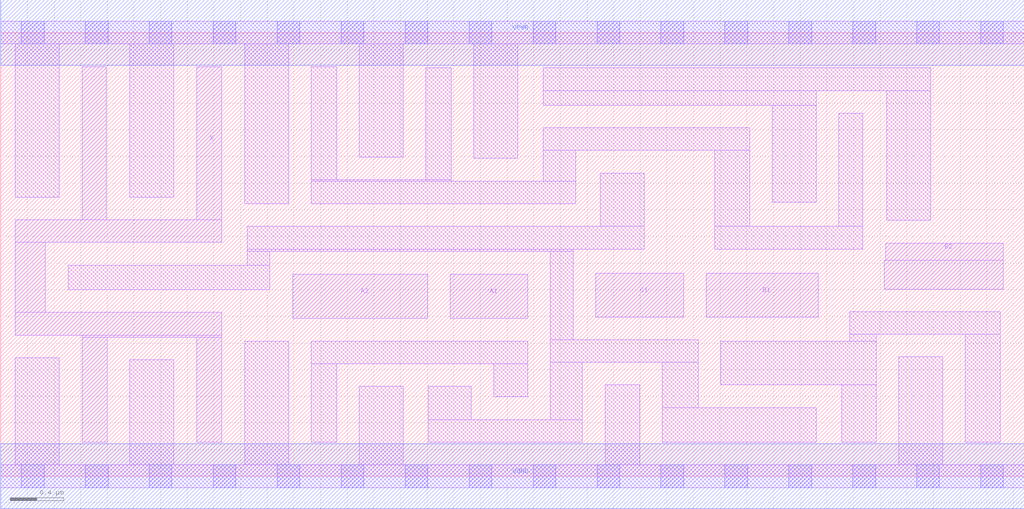
<source format=lef>
# Copyright 2020 The SkyWater PDK Authors
#
# Licensed under the Apache License, Version 2.0 (the "License");
# you may not use this file except in compliance with the License.
# You may obtain a copy of the License at
#
#     https://www.apache.org/licenses/LICENSE-2.0
#
# Unless required by applicable law or agreed to in writing, software
# distributed under the License is distributed on an "AS IS" BASIS,
# WITHOUT WARRANTIES OR CONDITIONS OF ANY KIND, either express or implied.
# See the License for the specific language governing permissions and
# limitations under the License.
#
# SPDX-License-Identifier: Apache-2.0

VERSION 5.7 ;
  NAMESCASESENSITIVE ON ;
  NOWIREEXTENSIONATPIN ON ;
  DIVIDERCHAR "/" ;
  BUSBITCHARS "[]" ;
UNITS
  DATABASE MICRONS 200 ;
END UNITS
MACRO sky130_fd_sc_lp__a221o_4
  CLASS CORE ;
  SOURCE USER ;
  FOREIGN sky130_fd_sc_lp__a221o_4 ;
  ORIGIN  0.000000  0.000000 ;
  SIZE  7.680000 BY  3.330000 ;
  SYMMETRY X Y R90 ;
  SITE unit ;
  PIN A1
    ANTENNAGATEAREA  0.630000 ;
    DIRECTION INPUT ;
    USE SIGNAL ;
    PORT
      LAYER li1 ;
        RECT 3.375000 1.185000 3.955000 1.515000 ;
    END
  END A1
  PIN A2
    ANTENNAGATEAREA  0.630000 ;
    DIRECTION INPUT ;
    USE SIGNAL ;
    PORT
      LAYER li1 ;
        RECT 2.190000 1.185000 3.205000 1.515000 ;
    END
  END A2
  PIN B1
    ANTENNAGATEAREA  0.630000 ;
    DIRECTION INPUT ;
    USE SIGNAL ;
    PORT
      LAYER li1 ;
        RECT 5.295000 1.195000 6.135000 1.525000 ;
    END
  END B1
  PIN B2
    ANTENNAGATEAREA  0.630000 ;
    DIRECTION INPUT ;
    USE SIGNAL ;
    PORT
      LAYER li1 ;
        RECT 6.630000 1.405000 7.525000 1.620000 ;
        RECT 6.640000 1.620000 7.525000 1.750000 ;
    END
  END B2
  PIN C1
    ANTENNAGATEAREA  0.630000 ;
    DIRECTION INPUT ;
    USE SIGNAL ;
    PORT
      LAYER li1 ;
        RECT 4.465000 1.195000 5.125000 1.525000 ;
    END
  END C1
  PIN X
    ANTENNADIFFAREA  1.176000 ;
    DIRECTION OUTPUT ;
    USE SIGNAL ;
    PORT
      LAYER li1 ;
        RECT 0.110000 1.060000 1.660000 1.230000 ;
        RECT 0.110000 1.230000 0.335000 1.755000 ;
        RECT 0.110000 1.755000 1.660000 1.925000 ;
        RECT 0.610000 0.255000 0.800000 1.045000 ;
        RECT 0.610000 1.045000 1.660000 1.060000 ;
        RECT 0.610000 1.925000 0.790000 3.075000 ;
        RECT 1.470000 0.255000 1.660000 1.045000 ;
        RECT 1.470000 1.925000 1.660000 3.075000 ;
    END
  END X
  PIN VGND
    DIRECTION INOUT ;
    USE GROUND ;
    PORT
      LAYER met1 ;
        RECT 0.000000 -0.245000 7.680000 0.245000 ;
    END
  END VGND
  PIN VPWR
    DIRECTION INOUT ;
    USE POWER ;
    PORT
      LAYER met1 ;
        RECT 0.000000 3.085000 7.680000 3.575000 ;
    END
  END VPWR
  OBS
    LAYER li1 ;
      RECT 0.000000 -0.085000 7.680000 0.085000 ;
      RECT 0.000000  3.245000 7.680000 3.415000 ;
      RECT 0.110000  0.085000 0.440000 0.890000 ;
      RECT 0.110000  2.095000 0.440000 3.245000 ;
      RECT 0.505000  1.400000 2.020000 1.585000 ;
      RECT 0.970000  0.085000 1.300000 0.875000 ;
      RECT 0.970000  2.095000 1.300000 3.245000 ;
      RECT 1.830000  0.085000 2.160000 1.015000 ;
      RECT 1.830000  2.045000 2.160000 3.245000 ;
      RECT 1.850000  1.585000 2.020000 1.690000 ;
      RECT 1.850000  1.690000 4.295000 1.705000 ;
      RECT 1.850000  1.705000 4.830000 1.875000 ;
      RECT 2.330000  0.255000 2.520000 0.845000 ;
      RECT 2.330000  0.845000 3.955000 1.015000 ;
      RECT 2.330000  2.045000 4.315000 2.215000 ;
      RECT 2.330000  2.215000 3.380000 2.225000 ;
      RECT 2.330000  2.225000 2.520000 3.075000 ;
      RECT 2.690000  0.085000 3.020000 0.675000 ;
      RECT 2.690000  2.395000 3.020000 3.245000 ;
      RECT 3.190000  2.225000 3.380000 3.065000 ;
      RECT 3.210000  0.255000 4.365000 0.425000 ;
      RECT 3.210000  0.425000 3.530000 0.675000 ;
      RECT 3.550000  2.385000 3.880000 3.245000 ;
      RECT 3.700000  0.595000 3.955000 0.845000 ;
      RECT 4.070000  2.215000 4.315000 2.445000 ;
      RECT 4.070000  2.445000 5.620000 2.615000 ;
      RECT 4.070000  2.785000 6.120000 2.895000 ;
      RECT 4.070000  2.895000 6.980000 3.065000 ;
      RECT 4.125000  0.425000 4.365000 0.855000 ;
      RECT 4.125000  0.855000 5.235000 1.025000 ;
      RECT 4.125000  1.025000 4.295000 1.690000 ;
      RECT 4.500000  1.875000 4.830000 2.275000 ;
      RECT 4.535000  0.085000 4.795000 0.685000 ;
      RECT 4.965000  0.255000 6.120000 0.515000 ;
      RECT 4.965000  0.515000 5.235000 0.855000 ;
      RECT 5.360000  1.705000 6.470000 1.875000 ;
      RECT 5.360000  1.875000 5.620000 2.445000 ;
      RECT 5.405000  0.685000 6.570000 1.015000 ;
      RECT 5.790000  2.055000 6.120000 2.785000 ;
      RECT 6.290000  1.875000 6.470000 2.725000 ;
      RECT 6.310000  0.255000 6.570000 0.685000 ;
      RECT 6.370000  1.015000 6.570000 1.065000 ;
      RECT 6.370000  1.065000 7.500000 1.235000 ;
      RECT 6.650000  1.920000 6.980000 2.895000 ;
      RECT 6.740000  0.085000 7.070000 0.895000 ;
      RECT 7.240000  0.255000 7.500000 1.065000 ;
    LAYER mcon ;
      RECT 0.155000 -0.085000 0.325000 0.085000 ;
      RECT 0.155000  3.245000 0.325000 3.415000 ;
      RECT 0.635000 -0.085000 0.805000 0.085000 ;
      RECT 0.635000  3.245000 0.805000 3.415000 ;
      RECT 1.115000 -0.085000 1.285000 0.085000 ;
      RECT 1.115000  3.245000 1.285000 3.415000 ;
      RECT 1.595000 -0.085000 1.765000 0.085000 ;
      RECT 1.595000  3.245000 1.765000 3.415000 ;
      RECT 2.075000 -0.085000 2.245000 0.085000 ;
      RECT 2.075000  3.245000 2.245000 3.415000 ;
      RECT 2.555000 -0.085000 2.725000 0.085000 ;
      RECT 2.555000  3.245000 2.725000 3.415000 ;
      RECT 3.035000 -0.085000 3.205000 0.085000 ;
      RECT 3.035000  3.245000 3.205000 3.415000 ;
      RECT 3.515000 -0.085000 3.685000 0.085000 ;
      RECT 3.515000  3.245000 3.685000 3.415000 ;
      RECT 3.995000 -0.085000 4.165000 0.085000 ;
      RECT 3.995000  3.245000 4.165000 3.415000 ;
      RECT 4.475000 -0.085000 4.645000 0.085000 ;
      RECT 4.475000  3.245000 4.645000 3.415000 ;
      RECT 4.955000 -0.085000 5.125000 0.085000 ;
      RECT 4.955000  3.245000 5.125000 3.415000 ;
      RECT 5.435000 -0.085000 5.605000 0.085000 ;
      RECT 5.435000  3.245000 5.605000 3.415000 ;
      RECT 5.915000 -0.085000 6.085000 0.085000 ;
      RECT 5.915000  3.245000 6.085000 3.415000 ;
      RECT 6.395000 -0.085000 6.565000 0.085000 ;
      RECT 6.395000  3.245000 6.565000 3.415000 ;
      RECT 6.875000 -0.085000 7.045000 0.085000 ;
      RECT 6.875000  3.245000 7.045000 3.415000 ;
      RECT 7.355000 -0.085000 7.525000 0.085000 ;
      RECT 7.355000  3.245000 7.525000 3.415000 ;
  END
END sky130_fd_sc_lp__a221o_4
END LIBRARY

</source>
